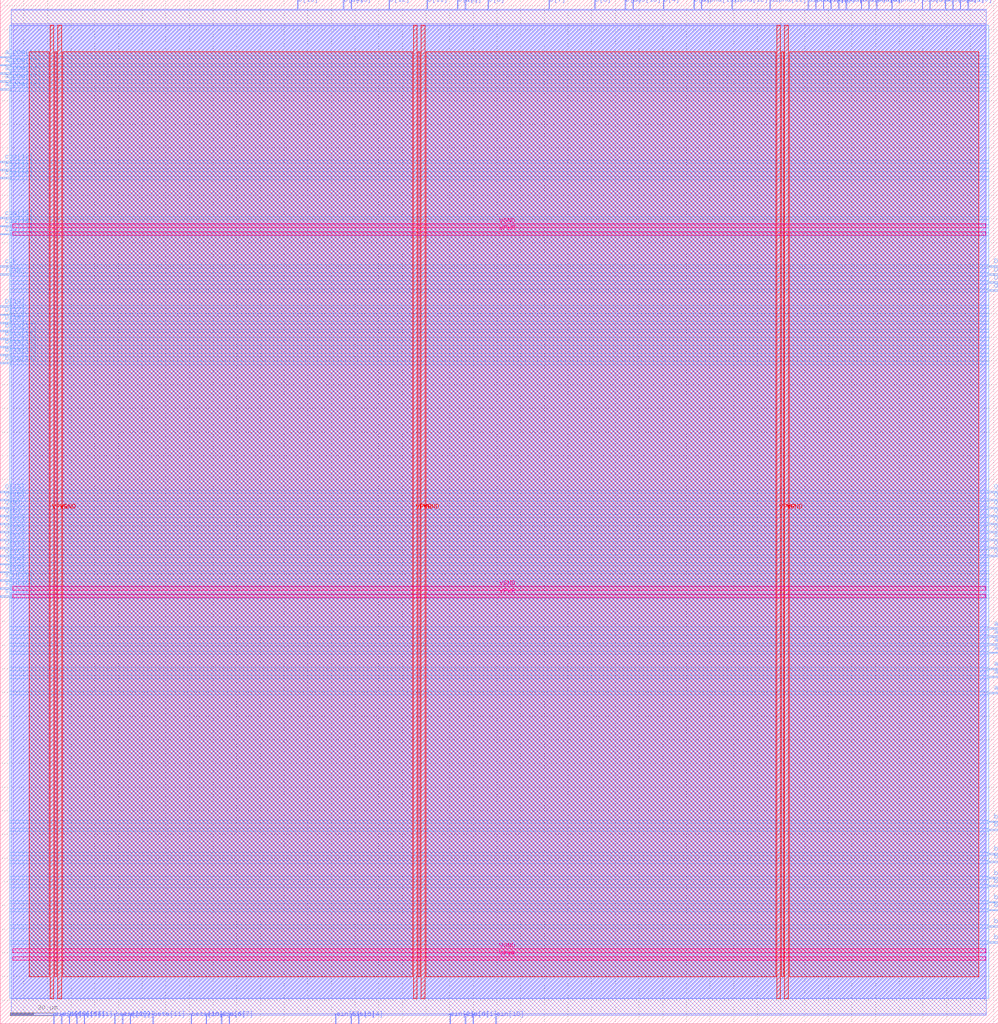
<source format=lef>
VERSION 5.7 ;
  NOWIREEXTENSIONATPIN ON ;
  DIVIDERCHAR "/" ;
  BUSBITCHARS "[]" ;
MACRO park
  CLASS BLOCK ;
  FOREIGN park ;
  ORIGIN 0.000 0.000 ;
  SIZE 421.845 BY 432.565 ;
  PIN D[0]
    DIRECTION OUTPUT ;
    USE SIGNAL ;
    ANTENNADIFFAREA 0.795200 ;
    PORT
      LAYER met3 ;
        RECT 417.845 316.240 421.845 316.840 ;
    END
  END D[0]
  PIN D[10]
    DIRECTION OUTPUT ;
    USE SIGNAL ;
    ANTENNADIFFAREA 0.795200 ;
    PORT
      LAYER met2 ;
        RECT 193.290 428.565 193.570 432.565 ;
    END
  END D[10]
  PIN D[11]
    DIRECTION OUTPUT ;
    USE SIGNAL ;
    ANTENNADIFFAREA 0.795200 ;
    PORT
      LAYER met2 ;
        RECT 180.410 428.565 180.690 432.565 ;
    END
  END D[11]
  PIN D[12]
    DIRECTION OUTPUT ;
    USE SIGNAL ;
    ANTENNADIFFAREA 0.795200 ;
    PORT
      LAYER met2 ;
        RECT 164.310 428.565 164.590 432.565 ;
    END
  END D[12]
  PIN D[13]
    DIRECTION OUTPUT ;
    USE SIGNAL ;
    ANTENNADIFFAREA 0.795200 ;
    PORT
      LAYER met2 ;
        RECT 148.210 428.565 148.490 432.565 ;
    END
  END D[13]
  PIN D[14]
    DIRECTION OUTPUT ;
    USE SIGNAL ;
    ANTENNADIFFAREA 0.795200 ;
    PORT
      LAYER met2 ;
        RECT 144.990 428.565 145.270 432.565 ;
    END
  END D[14]
  PIN D[15]
    DIRECTION OUTPUT ;
    USE SIGNAL ;
    ANTENNADIFFAREA 0.795200 ;
    PORT
      LAYER met2 ;
        RECT 125.670 428.565 125.950 432.565 ;
    END
  END D[15]
  PIN D[16]
    DIRECTION OUTPUT ;
    USE SIGNAL ;
    ANTENNADIFFAREA 0.795200 ;
    PORT
      LAYER met3 ;
        RECT 0.000 295.840 4.000 296.440 ;
    END
  END D[16]
  PIN D[17]
    DIRECTION OUTPUT ;
    USE SIGNAL ;
    ANTENNADIFFAREA 0.795200 ;
    PORT
      LAYER met3 ;
        RECT 0.000 299.240 4.000 299.840 ;
    END
  END D[17]
  PIN D[18]
    DIRECTION OUTPUT ;
    USE SIGNAL ;
    ANTENNADIFFAREA 0.795200 ;
    PORT
      LAYER met3 ;
        RECT 0.000 302.640 4.000 303.240 ;
    END
  END D[18]
  PIN D[1]
    DIRECTION OUTPUT ;
    USE SIGNAL ;
    ANTENNADIFFAREA 0.795200 ;
    PORT
      LAYER met3 ;
        RECT 417.845 319.640 421.845 320.240 ;
    END
  END D[1]
  PIN D[2]
    DIRECTION OUTPUT ;
    USE SIGNAL ;
    ANTENNADIFFAREA 0.795200 ;
    PORT
      LAYER met3 ;
        RECT 417.845 312.840 421.845 313.440 ;
    END
  END D[2]
  PIN D[3]
    DIRECTION OUTPUT ;
    USE SIGNAL ;
    ANTENNADIFFAREA 0.795200 ;
    PORT
      LAYER met2 ;
        RECT 293.110 428.565 293.390 432.565 ;
    END
  END D[3]
  PIN D[4]
    DIRECTION OUTPUT ;
    USE SIGNAL ;
    ANTENNADIFFAREA 0.795200 ;
    PORT
      LAYER met2 ;
        RECT 280.230 428.565 280.510 432.565 ;
    END
  END D[4]
  PIN D[5]
    DIRECTION OUTPUT ;
    USE SIGNAL ;
    ANTENNADIFFAREA 0.795200 ;
    PORT
      LAYER met2 ;
        RECT 264.130 428.565 264.410 432.565 ;
    END
  END D[5]
  PIN D[6]
    DIRECTION OUTPUT ;
    USE SIGNAL ;
    ANTENNADIFFAREA 0.795200 ;
    PORT
      LAYER met2 ;
        RECT 251.250 428.565 251.530 432.565 ;
    END
  END D[6]
  PIN D[7]
    DIRECTION OUTPUT ;
    USE SIGNAL ;
    ANTENNADIFFAREA 0.795200 ;
    PORT
      LAYER met2 ;
        RECT 231.930 428.565 232.210 432.565 ;
    END
  END D[7]
  PIN D[8]
    DIRECTION OUTPUT ;
    USE SIGNAL ;
    ANTENNADIFFAREA 0.795200 ;
    PORT
      LAYER met2 ;
        RECT 206.170 428.565 206.450 432.565 ;
    END
  END D[8]
  PIN D[9]
    DIRECTION OUTPUT ;
    USE SIGNAL ;
    ANTENNADIFFAREA 0.795200 ;
    PORT
      LAYER met2 ;
        RECT 196.510 428.565 196.790 432.565 ;
    END
  END D[9]
  PIN Q[0]
    DIRECTION OUTPUT ;
    USE SIGNAL ;
    ANTENNADIFFAREA 0.445500 ;
    PORT
      LAYER met3 ;
        RECT 417.845 197.240 421.845 197.840 ;
    END
  END Q[0]
  PIN Q[10]
    DIRECTION OUTPUT ;
    USE SIGNAL ;
    ANTENNADIFFAREA 0.795200 ;
    PORT
      LAYER met3 ;
        RECT 0.000 190.440 4.000 191.040 ;
    END
  END Q[10]
  PIN Q[11]
    DIRECTION OUTPUT ;
    USE SIGNAL ;
    ANTENNADIFFAREA 0.795200 ;
    PORT
      LAYER met3 ;
        RECT 0.000 204.040 4.000 204.640 ;
    END
  END Q[11]
  PIN Q[12]
    DIRECTION OUTPUT ;
    USE SIGNAL ;
    ANTENNADIFFAREA 0.795200 ;
    PORT
      LAYER met3 ;
        RECT 0.000 210.840 4.000 211.440 ;
    END
  END Q[12]
  PIN Q[13]
    DIRECTION OUTPUT ;
    USE SIGNAL ;
    ANTENNADIFFAREA 0.795200 ;
    PORT
      LAYER met3 ;
        RECT 0.000 224.440 4.000 225.040 ;
    END
  END Q[13]
  PIN Q[14]
    DIRECTION OUTPUT ;
    USE SIGNAL ;
    ANTENNADIFFAREA 0.795200 ;
    PORT
      LAYER met3 ;
        RECT 0.000 193.840 4.000 194.440 ;
    END
  END Q[14]
  PIN Q[15]
    DIRECTION OUTPUT ;
    USE SIGNAL ;
    ANTENNADIFFAREA 0.795200 ;
    PORT
      LAYER met3 ;
        RECT 0.000 207.440 4.000 208.040 ;
    END
  END Q[15]
  PIN Q[16]
    DIRECTION OUTPUT ;
    USE SIGNAL ;
    ANTENNADIFFAREA 0.795200 ;
    PORT
      LAYER met3 ;
        RECT 0.000 197.240 4.000 197.840 ;
    END
  END Q[16]
  PIN Q[17]
    DIRECTION OUTPUT ;
    USE SIGNAL ;
    ANTENNADIFFAREA 0.795200 ;
    PORT
      LAYER met3 ;
        RECT 0.000 200.640 4.000 201.240 ;
    END
  END Q[17]
  PIN Q[18]
    DIRECTION OUTPUT ;
    USE SIGNAL ;
    ANTENNADIFFAREA 0.795200 ;
    PORT
      LAYER met3 ;
        RECT 0.000 221.040 4.000 221.640 ;
    END
  END Q[18]
  PIN Q[1]
    DIRECTION OUTPUT ;
    USE SIGNAL ;
    ANTENNADIFFAREA 0.445500 ;
    PORT
      LAYER met3 ;
        RECT 417.845 214.240 421.845 214.840 ;
    END
  END Q[1]
  PIN Q[2]
    DIRECTION OUTPUT ;
    USE SIGNAL ;
    ANTENNADIFFAREA 0.445500 ;
    PORT
      LAYER met3 ;
        RECT 417.845 221.040 421.845 221.640 ;
    END
  END Q[2]
  PIN Q[3]
    DIRECTION OUTPUT ;
    USE SIGNAL ;
    ANTENNADIFFAREA 0.445500 ;
    PORT
      LAYER met3 ;
        RECT 417.845 217.640 421.845 218.240 ;
    END
  END Q[3]
  PIN Q[4]
    DIRECTION OUTPUT ;
    USE SIGNAL ;
    ANTENNADIFFAREA 0.445500 ;
    PORT
      LAYER met3 ;
        RECT 417.845 200.640 421.845 201.240 ;
    END
  END Q[4]
  PIN Q[5]
    DIRECTION OUTPUT ;
    USE SIGNAL ;
    ANTENNADIFFAREA 0.445500 ;
    PORT
      LAYER met3 ;
        RECT 417.845 210.840 421.845 211.440 ;
    END
  END Q[5]
  PIN Q[6]
    DIRECTION OUTPUT ;
    USE SIGNAL ;
    ANTENNADIFFAREA 0.445500 ;
    PORT
      LAYER met3 ;
        RECT 417.845 207.440 421.845 208.040 ;
    END
  END Q[6]
  PIN Q[7]
    DIRECTION OUTPUT ;
    USE SIGNAL ;
    ANTENNADIFFAREA 0.445500 ;
    PORT
      LAYER met3 ;
        RECT 417.845 224.440 421.845 225.040 ;
    END
  END Q[7]
  PIN Q[8]
    DIRECTION OUTPUT ;
    USE SIGNAL ;
    ANTENNADIFFAREA 0.795200 ;
    PORT
      LAYER met3 ;
        RECT 0.000 214.240 4.000 214.840 ;
    END
  END Q[8]
  PIN Q[9]
    DIRECTION OUTPUT ;
    USE SIGNAL ;
    ANTENNADIFFAREA 0.795200 ;
    PORT
      LAYER met3 ;
        RECT 0.000 217.640 4.000 218.240 ;
    END
  END Q[9]
  PIN VGND
    DIRECTION INOUT ;
    USE GROUND ;
    PORT
      LAYER met4 ;
        RECT 24.340 10.640 25.940 421.840 ;
    END
    PORT
      LAYER met4 ;
        RECT 177.940 10.640 179.540 421.840 ;
    END
    PORT
      LAYER met4 ;
        RECT 331.540 10.640 333.140 421.840 ;
    END
    PORT
      LAYER met5 ;
        RECT 5.280 30.030 416.540 31.630 ;
    END
    PORT
      LAYER met5 ;
        RECT 5.280 183.210 416.540 184.810 ;
    END
    PORT
      LAYER met5 ;
        RECT 5.280 336.390 416.540 337.990 ;
    END
  END VGND
  PIN VPWR
    DIRECTION INOUT ;
    USE POWER ;
    PORT
      LAYER met4 ;
        RECT 21.040 10.640 22.640 421.840 ;
    END
    PORT
      LAYER met4 ;
        RECT 174.640 10.640 176.240 421.840 ;
    END
    PORT
      LAYER met4 ;
        RECT 328.240 10.640 329.840 421.840 ;
    END
    PORT
      LAYER met5 ;
        RECT 5.280 26.730 416.540 28.330 ;
    END
    PORT
      LAYER met5 ;
        RECT 5.280 179.910 416.540 181.510 ;
    END
    PORT
      LAYER met5 ;
        RECT 5.280 333.090 416.540 334.690 ;
    END
  END VPWR
  PIN alpha[0]
    DIRECTION INPUT ;
    USE SIGNAL ;
    ANTENNAGATEAREA 0.196500 ;
    PORT
      LAYER met3 ;
        RECT 417.845 166.640 421.845 167.240 ;
    END
  END alpha[0]
  PIN alpha[10]
    DIRECTION INPUT ;
    USE SIGNAL ;
    ANTENNAGATEAREA 0.196500 ;
    PORT
      LAYER met2 ;
        RECT 341.410 428.565 341.690 432.565 ;
    END
  END alpha[10]
  PIN alpha[11]
    DIRECTION INPUT ;
    USE SIGNAL ;
    ANTENNAGATEAREA 0.196500 ;
    PORT
      LAYER met2 ;
        RECT 325.310 428.565 325.590 432.565 ;
    END
  END alpha[11]
  PIN alpha[12]
    DIRECTION INPUT ;
    USE SIGNAL ;
    ANTENNAGATEAREA 0.196500 ;
    PORT
      LAYER met2 ;
        RECT 309.210 428.565 309.490 432.565 ;
    END
  END alpha[12]
  PIN alpha[13]
    DIRECTION INPUT ;
    USE SIGNAL ;
    ANTENNAGATEAREA 0.196500 ;
    PORT
      LAYER met2 ;
        RECT 296.330 428.565 296.610 432.565 ;
    END
  END alpha[13]
  PIN alpha[14]
    DIRECTION INPUT ;
    USE SIGNAL ;
    ANTENNAGATEAREA 0.196500 ;
    PORT
      LAYER met3 ;
        RECT 0.000 408.040 4.000 408.640 ;
    END
  END alpha[14]
  PIN alpha[15]
    DIRECTION INPUT ;
    USE SIGNAL ;
    ANTENNAGATEAREA 0.196500 ;
    PORT
      LAYER met3 ;
        RECT 0.000 404.640 4.000 405.240 ;
    END
  END alpha[15]
  PIN alpha[16]
    DIRECTION INPUT ;
    USE SIGNAL ;
    ANTENNAGATEAREA 0.159000 ;
    PORT
      LAYER met3 ;
        RECT 0.000 401.240 4.000 401.840 ;
    END
  END alpha[16]
  PIN alpha[17]
    DIRECTION INPUT ;
    USE SIGNAL ;
    ANTENNAGATEAREA 0.196500 ;
    PORT
      LAYER met3 ;
        RECT 0.000 397.840 4.000 398.440 ;
    END
  END alpha[17]
  PIN alpha[18]
    DIRECTION INPUT ;
    USE SIGNAL ;
    ANTENNAGATEAREA 0.196500 ;
    PORT
      LAYER met3 ;
        RECT 0.000 394.440 4.000 395.040 ;
    END
  END alpha[18]
  PIN alpha[1]
    DIRECTION INPUT ;
    USE SIGNAL ;
    ANTENNAGATEAREA 0.196500 ;
    PORT
      LAYER met3 ;
        RECT 417.845 163.240 421.845 163.840 ;
    END
  END alpha[1]
  PIN alpha[2]
    DIRECTION INPUT ;
    USE SIGNAL ;
    ANTENNAGATEAREA 0.213000 ;
    PORT
      LAYER met3 ;
        RECT 417.845 159.840 421.845 160.440 ;
    END
  END alpha[2]
  PIN alpha[3]
    DIRECTION INPUT ;
    USE SIGNAL ;
    ANTENNAGATEAREA 0.213000 ;
    PORT
      LAYER met3 ;
        RECT 417.845 156.440 421.845 157.040 ;
    END
  END alpha[3]
  PIN alpha[4]
    DIRECTION INPUT ;
    USE SIGNAL ;
    ANTENNAGATEAREA 0.196500 ;
    PORT
      LAYER met3 ;
        RECT 417.845 149.640 421.845 150.240 ;
    END
  END alpha[4]
  PIN alpha[5]
    DIRECTION INPUT ;
    USE SIGNAL ;
    ANTENNAGATEAREA 0.196500 ;
    PORT
      LAYER met3 ;
        RECT 417.845 146.240 421.845 146.840 ;
    END
  END alpha[5]
  PIN alpha[6]
    DIRECTION INPUT ;
    USE SIGNAL ;
    ANTENNAGATEAREA 0.196500 ;
    PORT
      LAYER met3 ;
        RECT 417.845 139.440 421.845 140.040 ;
    END
  END alpha[6]
  PIN alpha[7]
    DIRECTION INPUT ;
    USE SIGNAL ;
    ANTENNAGATEAREA 0.196500 ;
    PORT
      LAYER met2 ;
        RECT 376.830 428.565 377.110 432.565 ;
    END
  END alpha[7]
  PIN alpha[8]
    DIRECTION INPUT ;
    USE SIGNAL ;
    ANTENNAGATEAREA 0.196500 ;
    PORT
      LAYER met2 ;
        RECT 367.170 428.565 367.450 432.565 ;
    END
  END alpha[8]
  PIN alpha[9]
    DIRECTION INPUT ;
    USE SIGNAL ;
    ANTENNAGATEAREA 0.196500 ;
    PORT
      LAYER met2 ;
        RECT 354.290 428.565 354.570 432.565 ;
    END
  END alpha[9]
  PIN beta[0]
    DIRECTION INPUT ;
    USE SIGNAL ;
    ANTENNAGATEAREA 0.159000 ;
    PORT
      LAYER met3 ;
        RECT 417.845 81.640 421.845 82.240 ;
    END
  END beta[0]
  PIN beta[10]
    DIRECTION INPUT ;
    USE SIGNAL ;
    ANTENNAGATEAREA 0.213000 ;
    PORT
      LAYER met2 ;
        RECT 80.590 0.000 80.870 4.000 ;
    END
  END beta[10]
  PIN beta[11]
    DIRECTION INPUT ;
    USE SIGNAL ;
    ANTENNAGATEAREA 0.213000 ;
    PORT
      LAYER met2 ;
        RECT 64.490 0.000 64.770 4.000 ;
    END
  END beta[11]
  PIN beta[12]
    DIRECTION INPUT ;
    USE SIGNAL ;
    ANTENNAGATEAREA 0.247500 ;
    PORT
      LAYER met2 ;
        RECT 48.390 0.000 48.670 4.000 ;
    END
  END beta[12]
  PIN beta[13]
    DIRECTION INPUT ;
    USE SIGNAL ;
    ANTENNAGATEAREA 0.213000 ;
    PORT
      LAYER met2 ;
        RECT 29.070 0.000 29.350 4.000 ;
    END
  END beta[13]
  PIN beta[14]
    DIRECTION INPUT ;
    USE SIGNAL ;
    ANTENNAGATEAREA 0.196500 ;
    PORT
      LAYER met3 ;
        RECT 0.000 278.840 4.000 279.440 ;
    END
  END beta[14]
  PIN beta[15]
    DIRECTION INPUT ;
    USE SIGNAL ;
    ANTENNAGATEAREA 0.196500 ;
    PORT
      LAYER met3 ;
        RECT 0.000 289.040 4.000 289.640 ;
    END
  END beta[15]
  PIN beta[16]
    DIRECTION INPUT ;
    USE SIGNAL ;
    ANTENNAGATEAREA 0.126000 ;
    PORT
      LAYER met3 ;
        RECT 0.000 285.640 4.000 286.240 ;
    END
  END beta[16]
  PIN beta[17]
    DIRECTION INPUT ;
    USE SIGNAL ;
    ANTENNAGATEAREA 0.196500 ;
    PORT
      LAYER met3 ;
        RECT 0.000 292.440 4.000 293.040 ;
    END
  END beta[17]
  PIN beta[18]
    DIRECTION INPUT ;
    USE SIGNAL ;
    ANTENNAGATEAREA 0.213000 ;
    PORT
      LAYER met3 ;
        RECT 0.000 282.240 4.000 282.840 ;
    END
  END beta[18]
  PIN beta[1]
    DIRECTION INPUT ;
    USE SIGNAL ;
    ANTENNAGATEAREA 0.196500 ;
    PORT
      LAYER met3 ;
        RECT 417.845 85.040 421.845 85.640 ;
    END
  END beta[1]
  PIN beta[2]
    DIRECTION INPUT ;
    USE SIGNAL ;
    ANTENNAGATEAREA 0.196500 ;
    PORT
      LAYER met3 ;
        RECT 417.845 71.440 421.845 72.040 ;
    END
  END beta[2]
  PIN beta[3]
    DIRECTION INPUT ;
    USE SIGNAL ;
    ANTENNAGATEAREA 0.196500 ;
    PORT
      LAYER met3 ;
        RECT 417.845 68.040 421.845 68.640 ;
    END
  END beta[3]
  PIN beta[4]
    DIRECTION INPUT ;
    USE SIGNAL ;
    ANTENNAGATEAREA 0.196500 ;
    PORT
      LAYER met3 ;
        RECT 417.845 61.240 421.845 61.840 ;
    END
  END beta[4]
  PIN beta[5]
    DIRECTION INPUT ;
    USE SIGNAL ;
    ANTENNAGATEAREA 0.213000 ;
    PORT
      LAYER met3 ;
        RECT 417.845 57.840 421.845 58.440 ;
    END
  END beta[5]
  PIN beta[6]
    DIRECTION INPUT ;
    USE SIGNAL ;
    ANTENNAGATEAREA 0.196500 ;
    PORT
      LAYER met3 ;
        RECT 417.845 51.040 421.845 51.640 ;
    END
  END beta[6]
  PIN beta[7]
    DIRECTION INPUT ;
    USE SIGNAL ;
    ANTENNAGATEAREA 0.196500 ;
    PORT
      LAYER met3 ;
        RECT 417.845 47.640 421.845 48.240 ;
    END
  END beta[7]
  PIN beta[8]
    DIRECTION INPUT ;
    USE SIGNAL ;
    ANTENNAGATEAREA 0.196500 ;
    PORT
      LAYER met3 ;
        RECT 417.845 40.840 421.845 41.440 ;
    END
  END beta[8]
  PIN beta[9]
    DIRECTION INPUT ;
    USE SIGNAL ;
    ANTENNAGATEAREA 0.196500 ;
    PORT
      LAYER met3 ;
        RECT 417.845 34.040 421.845 34.640 ;
    END
  END beta[9]
  PIN clk
    DIRECTION INPUT ;
    USE SIGNAL ;
    ANTENNAGATEAREA 0.852000 ;
    PORT
      LAYER met3 ;
        RECT 0.000 319.640 4.000 320.240 ;
    END
  END clk
  PIN cos[0]
    DIRECTION INPUT ;
    USE SIGNAL ;
    ANTENNAGATEAREA 0.159000 ;
    PORT
      LAYER met2 ;
        RECT 409.030 428.565 409.310 432.565 ;
    END
  END cos[0]
  PIN cos[10]
    DIRECTION INPUT ;
    USE SIGNAL ;
    ANTENNAGATEAREA 0.159000 ;
    PORT
      LAYER met2 ;
        RECT 347.850 428.565 348.130 432.565 ;
    END
  END cos[10]
  PIN cos[11]
    DIRECTION INPUT ;
    USE SIGNAL ;
    ANTENNAGATEAREA 0.196500 ;
    PORT
      LAYER met2 ;
        RECT 344.630 428.565 344.910 432.565 ;
    END
  END cos[11]
  PIN cos[12]
    DIRECTION INPUT ;
    USE SIGNAL ;
    ANTENNAGATEAREA 0.196500 ;
    PORT
      LAYER met3 ;
        RECT 0.000 363.840 4.000 364.440 ;
    END
  END cos[12]
  PIN cos[13]
    DIRECTION INPUT ;
    USE SIGNAL ;
    ANTENNAGATEAREA 0.196500 ;
    PORT
      LAYER met3 ;
        RECT 0.000 360.440 4.000 361.040 ;
    END
  END cos[13]
  PIN cos[14]
    DIRECTION INPUT ;
    USE SIGNAL ;
    ANTENNAGATEAREA 0.213000 ;
    PORT
      LAYER met3 ;
        RECT 0.000 357.040 4.000 357.640 ;
    END
  END cos[14]
  PIN cos[15]
    DIRECTION INPUT ;
    USE SIGNAL ;
    ANTENNAGATEAREA 0.213000 ;
    PORT
      LAYER met3 ;
        RECT 0.000 340.040 4.000 340.640 ;
    END
  END cos[15]
  PIN cos[16]
    DIRECTION INPUT ;
    USE SIGNAL ;
    ANTENNAGATEAREA 0.126000 ;
    PORT
      LAYER met3 ;
        RECT 0.000 336.640 4.000 337.240 ;
    END
  END cos[16]
  PIN cos[17]
    DIRECTION INPUT ;
    USE SIGNAL ;
    ANTENNAGATEAREA 0.196500 ;
    PORT
      LAYER met3 ;
        RECT 0.000 333.240 4.000 333.840 ;
    END
  END cos[17]
  PIN cos[18]
    DIRECTION INPUT ;
    USE SIGNAL ;
    ANTENNAGATEAREA 0.213000 ;
    PORT
      LAYER met2 ;
        RECT 267.350 428.565 267.630 432.565 ;
    END
  END cos[18]
  PIN cos[1]
    DIRECTION INPUT ;
    USE SIGNAL ;
    ANTENNAGATEAREA 0.159000 ;
    PORT
      LAYER met2 ;
        RECT 405.810 428.565 406.090 432.565 ;
    END
  END cos[1]
  PIN cos[2]
    DIRECTION INPUT ;
    USE SIGNAL ;
    ANTENNAGATEAREA 0.213000 ;
    PORT
      LAYER met2 ;
        RECT 402.590 428.565 402.870 432.565 ;
    END
  END cos[2]
  PIN cos[3]
    DIRECTION INPUT ;
    USE SIGNAL ;
    ANTENNAGATEAREA 0.196500 ;
    PORT
      LAYER met2 ;
        RECT 399.370 428.565 399.650 432.565 ;
    END
  END cos[3]
  PIN cos[4]
    DIRECTION INPUT ;
    USE SIGNAL ;
    ANTENNAGATEAREA 0.196500 ;
    PORT
      LAYER met2 ;
        RECT 392.930 428.565 393.210 432.565 ;
    END
  END cos[4]
  PIN cos[5]
    DIRECTION INPUT ;
    USE SIGNAL ;
    ANTENNAGATEAREA 0.159000 ;
    PORT
      LAYER met2 ;
        RECT 389.710 428.565 389.990 432.565 ;
    END
  END cos[5]
  PIN cos[6]
    DIRECTION INPUT ;
    USE SIGNAL ;
    ANTENNAGATEAREA 0.196500 ;
    PORT
      LAYER met2 ;
        RECT 370.390 428.565 370.670 432.565 ;
    END
  END cos[6]
  PIN cos[7]
    DIRECTION INPUT ;
    USE SIGNAL ;
    ANTENNAGATEAREA 0.196500 ;
    PORT
      LAYER met2 ;
        RECT 363.950 428.565 364.230 432.565 ;
    END
  END cos[7]
  PIN cos[8]
    DIRECTION INPUT ;
    USE SIGNAL ;
    ANTENNAGATEAREA 0.196500 ;
    PORT
      LAYER met2 ;
        RECT 357.510 428.565 357.790 432.565 ;
    END
  END cos[8]
  PIN cos[9]
    DIRECTION INPUT ;
    USE SIGNAL ;
    ANTENNAGATEAREA 0.196500 ;
    PORT
      LAYER met2 ;
        RECT 351.070 428.565 351.350 432.565 ;
    END
  END cos[9]
  PIN done
    DIRECTION OUTPUT ;
    USE SIGNAL ;
    ANTENNADIFFAREA 0.445500 ;
    PORT
      LAYER met3 ;
        RECT 417.845 309.440 421.845 310.040 ;
    END
  END done
  PIN rstb
    DIRECTION INPUT ;
    USE SIGNAL ;
    ANTENNAGATEAREA 0.213000 ;
    PORT
      LAYER met3 ;
        RECT 0.000 316.240 4.000 316.840 ;
    END
  END rstb
  PIN sin[0]
    DIRECTION INPUT ;
    USE SIGNAL ;
    ANTENNAGATEAREA 0.495000 ;
    PORT
      LAYER met2 ;
        RECT 196.510 0.000 196.790 4.000 ;
    END
  END sin[0]
  PIN sin[10]
    DIRECTION INPUT ;
    USE SIGNAL ;
    ANTENNAGATEAREA 0.196500 ;
    PORT
      LAYER met2 ;
        RECT 51.610 0.000 51.890 4.000 ;
    END
  END sin[10]
  PIN sin[11]
    DIRECTION INPUT ;
    USE SIGNAL ;
    ANTENNAGATEAREA 0.196500 ;
    PORT
      LAYER met2 ;
        RECT 35.510 0.000 35.790 4.000 ;
    END
  END sin[11]
  PIN sin[12]
    DIRECTION INPUT ;
    USE SIGNAL ;
    ANTENNAGATEAREA 0.213000 ;
    PORT
      LAYER met2 ;
        RECT 22.630 0.000 22.910 4.000 ;
    END
  END sin[12]
  PIN sin[13]
    DIRECTION INPUT ;
    USE SIGNAL ;
    ANTENNAGATEAREA 0.213000 ;
    PORT
      LAYER met2 ;
        RECT 25.850 0.000 26.130 4.000 ;
    END
  END sin[13]
  PIN sin[14]
    DIRECTION INPUT ;
    USE SIGNAL ;
    ANTENNAGATEAREA 0.213000 ;
    PORT
      LAYER met2 ;
        RECT 32.290 0.000 32.570 4.000 ;
    END
  END sin[14]
  PIN sin[15]
    DIRECTION INPUT ;
    USE SIGNAL ;
    ANTENNAGATEAREA 0.126000 ;
    PORT
      LAYER met3 ;
        RECT 0.000 187.040 4.000 187.640 ;
    END
  END sin[15]
  PIN sin[16]
    DIRECTION INPUT ;
    USE SIGNAL ;
    ANTENNAGATEAREA 0.126000 ;
    PORT
      LAYER met3 ;
        RECT 0.000 183.640 4.000 184.240 ;
    END
  END sin[16]
  PIN sin[17]
    DIRECTION INPUT ;
    USE SIGNAL ;
    ANTENNAGATEAREA 0.196500 ;
    PORT
      LAYER met3 ;
        RECT 0.000 180.240 4.000 180.840 ;
    END
  END sin[17]
  PIN sin[18]
    DIRECTION INPUT ;
    USE SIGNAL ;
    ANTENNAGATEAREA 0.213000 ;
    PORT
      LAYER met2 ;
        RECT 209.390 0.000 209.670 4.000 ;
    END
  END sin[18]
  PIN sin[1]
    DIRECTION INPUT ;
    USE SIGNAL ;
    ANTENNAGATEAREA 0.495000 ;
    PORT
      LAYER met2 ;
        RECT 199.730 0.000 200.010 4.000 ;
    END
  END sin[1]
  PIN sin[2]
    DIRECTION INPUT ;
    USE SIGNAL ;
    ANTENNAGATEAREA 0.196500 ;
    PORT
      LAYER met2 ;
        RECT 190.070 0.000 190.350 4.000 ;
    END
  END sin[2]
  PIN sin[3]
    DIRECTION INPUT ;
    USE SIGNAL ;
    ANTENNAGATEAREA 0.196500 ;
    PORT
      LAYER met2 ;
        RECT 148.210 0.000 148.490 4.000 ;
    END
  END sin[3]
  PIN sin[4]
    DIRECTION INPUT ;
    USE SIGNAL ;
    ANTENNAGATEAREA 0.213000 ;
    PORT
      LAYER met2 ;
        RECT 151.430 0.000 151.710 4.000 ;
    END
  END sin[4]
  PIN sin[5]
    DIRECTION INPUT ;
    USE SIGNAL ;
    ANTENNAGATEAREA 0.213000 ;
    PORT
      LAYER met2 ;
        RECT 141.770 0.000 142.050 4.000 ;
    END
  END sin[5]
  PIN sin[6]
    DIRECTION INPUT ;
    USE SIGNAL ;
    ANTENNAGATEAREA 0.196500 ;
    PORT
      LAYER met2 ;
        RECT 93.470 0.000 93.750 4.000 ;
    END
  END sin[6]
  PIN sin[7]
    DIRECTION INPUT ;
    USE SIGNAL ;
    ANTENNAGATEAREA 0.196500 ;
    PORT
      LAYER met2 ;
        RECT 96.690 0.000 96.970 4.000 ;
    END
  END sin[7]
  PIN sin[8]
    DIRECTION INPUT ;
    USE SIGNAL ;
    ANTENNAGATEAREA 0.213000 ;
    PORT
      LAYER met2 ;
        RECT 87.030 0.000 87.310 4.000 ;
    END
  END sin[8]
  PIN sin[9]
    DIRECTION INPUT ;
    USE SIGNAL ;
    ANTENNAGATEAREA 0.196500 ;
    PORT
      LAYER met2 ;
        RECT 54.830 0.000 55.110 4.000 ;
    END
  END sin[9]
  PIN start
    DIRECTION INPUT ;
    USE SIGNAL ;
    ANTENNAGATEAREA 0.196500 ;
    PORT
      LAYER met3 ;
        RECT 417.845 204.040 421.845 204.640 ;
    END
  END start
  OBS
      LAYER li1 ;
        RECT 5.520 10.795 416.300 421.685 ;
      LAYER met1 ;
        RECT 4.670 10.640 416.690 422.580 ;
      LAYER met2 ;
        RECT 4.690 428.285 125.390 428.565 ;
        RECT 126.230 428.285 144.710 428.565 ;
        RECT 145.550 428.285 147.930 428.565 ;
        RECT 148.770 428.285 164.030 428.565 ;
        RECT 164.870 428.285 180.130 428.565 ;
        RECT 180.970 428.285 193.010 428.565 ;
        RECT 193.850 428.285 196.230 428.565 ;
        RECT 197.070 428.285 205.890 428.565 ;
        RECT 206.730 428.285 231.650 428.565 ;
        RECT 232.490 428.285 250.970 428.565 ;
        RECT 251.810 428.285 263.850 428.565 ;
        RECT 264.690 428.285 267.070 428.565 ;
        RECT 267.910 428.285 279.950 428.565 ;
        RECT 280.790 428.285 292.830 428.565 ;
        RECT 293.670 428.285 296.050 428.565 ;
        RECT 296.890 428.285 308.930 428.565 ;
        RECT 309.770 428.285 325.030 428.565 ;
        RECT 325.870 428.285 341.130 428.565 ;
        RECT 341.970 428.285 344.350 428.565 ;
        RECT 345.190 428.285 347.570 428.565 ;
        RECT 348.410 428.285 350.790 428.565 ;
        RECT 351.630 428.285 354.010 428.565 ;
        RECT 354.850 428.285 357.230 428.565 ;
        RECT 358.070 428.285 363.670 428.565 ;
        RECT 364.510 428.285 366.890 428.565 ;
        RECT 367.730 428.285 370.110 428.565 ;
        RECT 370.950 428.285 376.550 428.565 ;
        RECT 377.390 428.285 389.430 428.565 ;
        RECT 390.270 428.285 392.650 428.565 ;
        RECT 393.490 428.285 399.090 428.565 ;
        RECT 399.930 428.285 402.310 428.565 ;
        RECT 403.150 428.285 405.530 428.565 ;
        RECT 406.370 428.285 408.750 428.565 ;
        RECT 409.590 428.285 416.670 428.565 ;
        RECT 4.690 4.280 416.670 428.285 ;
        RECT 4.690 3.670 22.350 4.280 ;
        RECT 23.190 3.670 25.570 4.280 ;
        RECT 26.410 3.670 28.790 4.280 ;
        RECT 29.630 3.670 32.010 4.280 ;
        RECT 32.850 3.670 35.230 4.280 ;
        RECT 36.070 3.670 48.110 4.280 ;
        RECT 48.950 3.670 51.330 4.280 ;
        RECT 52.170 3.670 54.550 4.280 ;
        RECT 55.390 3.670 64.210 4.280 ;
        RECT 65.050 3.670 80.310 4.280 ;
        RECT 81.150 3.670 86.750 4.280 ;
        RECT 87.590 3.670 93.190 4.280 ;
        RECT 94.030 3.670 96.410 4.280 ;
        RECT 97.250 3.670 141.490 4.280 ;
        RECT 142.330 3.670 147.930 4.280 ;
        RECT 148.770 3.670 151.150 4.280 ;
        RECT 151.990 3.670 189.790 4.280 ;
        RECT 190.630 3.670 196.230 4.280 ;
        RECT 197.070 3.670 199.450 4.280 ;
        RECT 200.290 3.670 209.110 4.280 ;
        RECT 209.950 3.670 416.670 4.280 ;
      LAYER met3 ;
        RECT 3.990 409.040 417.845 421.765 ;
        RECT 4.400 407.640 417.845 409.040 ;
        RECT 3.990 405.640 417.845 407.640 ;
        RECT 4.400 404.240 417.845 405.640 ;
        RECT 3.990 402.240 417.845 404.240 ;
        RECT 4.400 400.840 417.845 402.240 ;
        RECT 3.990 398.840 417.845 400.840 ;
        RECT 4.400 397.440 417.845 398.840 ;
        RECT 3.990 395.440 417.845 397.440 ;
        RECT 4.400 394.040 417.845 395.440 ;
        RECT 3.990 364.840 417.845 394.040 ;
        RECT 4.400 363.440 417.845 364.840 ;
        RECT 3.990 361.440 417.845 363.440 ;
        RECT 4.400 360.040 417.845 361.440 ;
        RECT 3.990 358.040 417.845 360.040 ;
        RECT 4.400 356.640 417.845 358.040 ;
        RECT 3.990 341.040 417.845 356.640 ;
        RECT 4.400 339.640 417.845 341.040 ;
        RECT 3.990 337.640 417.845 339.640 ;
        RECT 4.400 336.240 417.845 337.640 ;
        RECT 3.990 334.240 417.845 336.240 ;
        RECT 4.400 332.840 417.845 334.240 ;
        RECT 3.990 320.640 417.845 332.840 ;
        RECT 4.400 319.240 417.445 320.640 ;
        RECT 3.990 317.240 417.845 319.240 ;
        RECT 4.400 315.840 417.445 317.240 ;
        RECT 3.990 313.840 417.845 315.840 ;
        RECT 3.990 312.440 417.445 313.840 ;
        RECT 3.990 310.440 417.845 312.440 ;
        RECT 3.990 309.040 417.445 310.440 ;
        RECT 3.990 303.640 417.845 309.040 ;
        RECT 4.400 302.240 417.845 303.640 ;
        RECT 3.990 300.240 417.845 302.240 ;
        RECT 4.400 298.840 417.845 300.240 ;
        RECT 3.990 296.840 417.845 298.840 ;
        RECT 4.400 295.440 417.845 296.840 ;
        RECT 3.990 293.440 417.845 295.440 ;
        RECT 4.400 292.040 417.845 293.440 ;
        RECT 3.990 290.040 417.845 292.040 ;
        RECT 4.400 288.640 417.845 290.040 ;
        RECT 3.990 286.640 417.845 288.640 ;
        RECT 4.400 285.240 417.845 286.640 ;
        RECT 3.990 283.240 417.845 285.240 ;
        RECT 4.400 281.840 417.845 283.240 ;
        RECT 3.990 279.840 417.845 281.840 ;
        RECT 4.400 278.440 417.845 279.840 ;
        RECT 3.990 225.440 417.845 278.440 ;
        RECT 4.400 224.040 417.445 225.440 ;
        RECT 3.990 222.040 417.845 224.040 ;
        RECT 4.400 220.640 417.445 222.040 ;
        RECT 3.990 218.640 417.845 220.640 ;
        RECT 4.400 217.240 417.445 218.640 ;
        RECT 3.990 215.240 417.845 217.240 ;
        RECT 4.400 213.840 417.445 215.240 ;
        RECT 3.990 211.840 417.845 213.840 ;
        RECT 4.400 210.440 417.445 211.840 ;
        RECT 3.990 208.440 417.845 210.440 ;
        RECT 4.400 207.040 417.445 208.440 ;
        RECT 3.990 205.040 417.845 207.040 ;
        RECT 4.400 203.640 417.445 205.040 ;
        RECT 3.990 201.640 417.845 203.640 ;
        RECT 4.400 200.240 417.445 201.640 ;
        RECT 3.990 198.240 417.845 200.240 ;
        RECT 4.400 196.840 417.445 198.240 ;
        RECT 3.990 194.840 417.845 196.840 ;
        RECT 4.400 193.440 417.845 194.840 ;
        RECT 3.990 191.440 417.845 193.440 ;
        RECT 4.400 190.040 417.845 191.440 ;
        RECT 3.990 188.040 417.845 190.040 ;
        RECT 4.400 186.640 417.845 188.040 ;
        RECT 3.990 184.640 417.845 186.640 ;
        RECT 4.400 183.240 417.845 184.640 ;
        RECT 3.990 181.240 417.845 183.240 ;
        RECT 4.400 179.840 417.845 181.240 ;
        RECT 3.990 167.640 417.845 179.840 ;
        RECT 3.990 166.240 417.445 167.640 ;
        RECT 3.990 164.240 417.845 166.240 ;
        RECT 3.990 162.840 417.445 164.240 ;
        RECT 3.990 160.840 417.845 162.840 ;
        RECT 3.990 159.440 417.445 160.840 ;
        RECT 3.990 157.440 417.845 159.440 ;
        RECT 3.990 156.040 417.445 157.440 ;
        RECT 3.990 150.640 417.845 156.040 ;
        RECT 3.990 149.240 417.445 150.640 ;
        RECT 3.990 147.240 417.845 149.240 ;
        RECT 3.990 145.840 417.445 147.240 ;
        RECT 3.990 140.440 417.845 145.840 ;
        RECT 3.990 139.040 417.445 140.440 ;
        RECT 3.990 86.040 417.845 139.040 ;
        RECT 3.990 84.640 417.445 86.040 ;
        RECT 3.990 82.640 417.845 84.640 ;
        RECT 3.990 81.240 417.445 82.640 ;
        RECT 3.990 72.440 417.845 81.240 ;
        RECT 3.990 71.040 417.445 72.440 ;
        RECT 3.990 69.040 417.845 71.040 ;
        RECT 3.990 67.640 417.445 69.040 ;
        RECT 3.990 62.240 417.845 67.640 ;
        RECT 3.990 60.840 417.445 62.240 ;
        RECT 3.990 58.840 417.845 60.840 ;
        RECT 3.990 57.440 417.445 58.840 ;
        RECT 3.990 52.040 417.845 57.440 ;
        RECT 3.990 50.640 417.445 52.040 ;
        RECT 3.990 48.640 417.845 50.640 ;
        RECT 3.990 47.240 417.445 48.640 ;
        RECT 3.990 41.840 417.845 47.240 ;
        RECT 3.990 40.440 417.445 41.840 ;
        RECT 3.990 35.040 417.845 40.440 ;
        RECT 3.990 33.640 417.445 35.040 ;
        RECT 3.990 10.715 417.845 33.640 ;
      LAYER met4 ;
        RECT 12.255 19.895 20.640 410.545 ;
        RECT 23.040 19.895 23.940 410.545 ;
        RECT 26.340 19.895 174.240 410.545 ;
        RECT 176.640 19.895 177.540 410.545 ;
        RECT 179.940 19.895 327.840 410.545 ;
        RECT 330.240 19.895 331.140 410.545 ;
        RECT 333.540 19.895 413.705 410.545 ;
  END
END park
END LIBRARY


</source>
